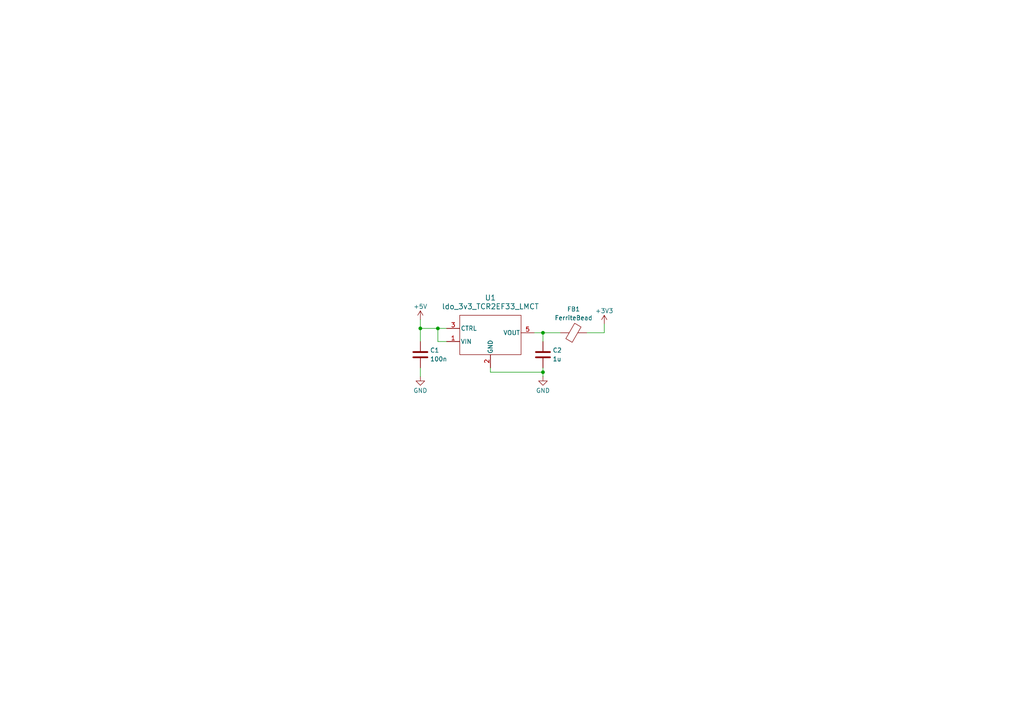
<source format=kicad_sch>
(kicad_sch (version 20250114) (generator "eeschema") (generator_version "9.0")
  (paper "A4")
  (lib_symbols
    (symbol "Device:C" (pin_numbers (hide yes)) (pin_names (offset 0.254))
      (property "Reference" "C" (at 0.635 2.54 0))
      (property "Value" "C" (at 0.635 -2.54 0))
      (symbol "C_0_1"
        (polyline (pts (xy -2.032 0.762) (xy 2.032 0.762)) (stroke (width 0.508)))
        (polyline (pts (xy -2.032 -0.762) (xy 2.032 -0.762)) (stroke (width 0.508)))
      )
      (symbol "C_1_1"
        (pin passive line (at 0 3.81 270) (length 2.794) (name "~") (number "1"))
        (pin passive line (at 0 -3.81 90) (length 2.794) (name "~") (number "2"))
      )
    )
    (symbol "Device:FerriteBead" (pin_numbers (hide yes)) (pin_names (offset 0))
      (property "Reference" "FB" (at -3.81 0.635 90))
      (property "Value" "FerriteBead" (at 3.81 0 90))
      (symbol "FerriteBead_0_1"
        (polyline (pts (xy -2.7686 0.4064) (xy -1.7018 2.2606) (xy 2.7686 -0.3048) (xy 1.6764 -2.159) (xy -2.7686 0.4064)))
        (polyline (pts (xy 0 1.27) (xy 0 1.2954)))
        (polyline (pts (xy 0 -1.27) (xy 0 -1.2192)))
      )
      (symbol "FerriteBead_1_1"
        (pin passive line (at 0 3.81 270) (length 2.54) (name "~") (number "1"))
        (pin passive line (at 0 -3.81 90) (length 2.54) (name "~") (number "2"))
      )
    )
    (symbol "hagzey_symbols:ldo_3v3_TCR2EF33_LMCT" (pin_names (offset 0.254))
      (property "Reference" "U" (at 3.81 5.08 0))
      (property "Value" "ldo_3v3_TCR2EF33_LMCT" (at 3.81 2.54 0))
      (symbol "ldo_3v3_TCR2EF33_LMCT_1_1"
        (rectangle (start 16.51 -1.27) (end 34.29 -12.7))
        (pin no_connect line (at 0 -3.81 180) (length 7.62) (hide yes) (name "NC") (number "4"))
        (pin unspecified line (at 12.7 -5.08 0) (length 3.81) (name "CTRL") (number "3"))
        (pin power_in line (at 12.7 -8.89 0) (length 3.81) (name "VIN") (number "1"))
        (pin power_out line (at 25.4 -16.51 90) (length 3.81) (name "GND") (number "2"))
        (pin power_in line (at 38.1 -6.35 180) (length 3.81) (name "VOUT") (number "5"))
      )
    )
    (symbol "power:+3V3" (power) (pin_numbers (hide yes)) (pin_names (offset 0) (hide yes))
      (property "Value" "+3V3" (at 0 3.556 0))
      (symbol "+3V3_0_1"
        (polyline (pts (xy -0.762 1.27) (xy 0 2.54)))
        (polyline (pts (xy 0 2.54) (xy 0.762 1.27)))
        (polyline (pts (xy 0 0) (xy 0 2.54)))
      )
      (symbol "+3V3_1_1"
        (pin power_in line (at 0 0 90) (length 0) (name "~") (number "1"))
      )
    )
    (symbol "power:+5V" (power) (pin_numbers (hide yes)) (pin_names (offset 0) (hide yes))
      (property "Value" "+5V" (at 0 3.556 0))
      (symbol "+5V_0_1"
        (polyline (pts (xy -0.762 1.27) (xy 0 2.54)))
        (polyline (pts (xy 0 2.54) (xy 0.762 1.27)))
        (polyline (pts (xy 0 0) (xy 0 2.54)))
      )
      (symbol "+5V_1_1"
        (pin power_in line (at 0 0 90) (length 0) (name "~") (number "1"))
      )
    )
    (symbol "power:GND" (power) (pin_numbers (hide yes)) (pin_names (offset 0) (hide yes))
      (property "Value" "GND" (at 0 -3.81 0))
      (symbol "GND_0_1"
        (polyline (pts (xy 0 0) (xy 0 -1.27) (xy 1.27 -1.27) (xy 0 -2.54) (xy -1.27 -1.27) (xy 0 -1.27)))
      )
      (symbol "GND_1_1"
        (pin power_in line (at 0 0 270) (length 0) (name "~") (number "1"))
      )
    )
  )
  (junction (at 157.48 107.95))
  (junction (at 121.92 95.25))
  (junction (at 157.48 96.52))
  (junction (at 127 95.25))
  (wire (pts (xy 157.48 96.52) (xy 162.56 96.52)))
  (wire (pts (xy 121.92 95.25) (xy 127 95.25)))
  (wire (pts (xy 175.26 96.52) (xy 175.26 93.98)))
  (wire (pts (xy 157.48 106.68) (xy 157.48 107.95)))
  (wire (pts (xy 121.92 92.71) (xy 121.92 95.25)))
  (wire (pts (xy 157.48 107.95) (xy 157.48 109.22)))
  (wire (pts (xy 127 99.06) (xy 127 95.25)))
  (wire (pts (xy 170.18 96.52) (xy 175.26 96.52)))
  (wire (pts (xy 127 95.25) (xy 129.54 95.25)))
  (wire (pts (xy 121.92 95.25) (xy 121.92 99.06)))
  (wire (pts (xy 154.94 96.52) (xy 157.48 96.52)))
  (wire (pts (xy 157.48 96.52) (xy 157.48 99.06)))
  (wire (pts (xy 142.24 106.68) (xy 142.24 107.95)))
  (wire (pts (xy 142.24 107.95) (xy 157.48 107.95)))
  (wire (pts (xy 129.54 99.06) (xy 127 99.06)))
  (wire (pts (xy 121.92 106.68) (xy 121.92 109.22)))
  (symbol (lib_id "power:GND") (at 157.48 109.22 0) (unit 1)
    (property "Reference" "#PWR03" (effects (hide yes)))
    (property "Value" "GND" (at 157.48 113.284 0))
    (property "Description" "Power symbol creates a global label with name \"GND\" , ground" (effects (hide yes)))
  )
  (symbol (lib_id "Device:C") (at 157.48 102.87 0) (unit 1)
    (property "Reference" "C2" (at 160.274 101.6 0) (effects (justify left)))
    (property "Value" "1u" (at 160.274 104.14 0) (effects (justify left)))
    (property "Footprint" "Capacitor_SMD:C_0603_1608Metric" (effects (hide yes)))
    (property "Description" "Unpolarized capacitor" (effects (hide yes)))
  )
  (symbol (lib_id "hagzey_symbols:ldo_3v3_TCR2EF33_LMCT") (at 116.84 90.17 0) (unit 1)
    (property "Reference" "U1" (at 142.24 86.36 0) (effects (font (size 1.524 1.524))))
    (property "Value" "ldo_3v3_TCR2EF33_LMCT" (at 142.24 88.9 0) (effects (font (size 1.524 1.524))))
    (property "Footprint" "hagzey_footprints:ldo_3v3_TCR2EF33_LMCT" (effects (hide yes)))
    (property "Datasheet" "kicad-embed://ldo_3v3_TCR2EF33_LMCT.pdf" (effects (hide yes)))
  )
  (symbol (lib_id "power:+5V") (at 121.92 92.71 0) (unit 1)
    (property "Reference" "#PWR02" (effects (hide yes)))
    (property "Value" "+5V" (at 121.92 88.9 0))
    (property "Description" "Power symbol creates a global label with name \"+5V\"" (effects (hide yes)))
  )
  (symbol (lib_id "power:+3V3") (at 175.26 93.98 0) (unit 1)
    (property "Reference" "#PWR04" (effects (hide yes)))
    (property "Value" "+3V3" (at 175.26 90.17 0))
    (property "Description" "Power symbol creates a global label with name \"+3V3\"" (effects (hide yes)))
  )
  (symbol (lib_id "Device:FerriteBead") (at 166.37 96.52 90) (unit 1)
    (property "Reference" "FB1" (at 166.37 89.662 90))
    (property "Value" "FerriteBead" (at 166.37 92.202 90))
    (property "Footprint" "Fuse:Fuse_0603_1608Metric" (effects (hide yes)))
    (property "Description" "Ferrite bead" (effects (hide yes)))
  )
  (symbol (lib_id "Device:C") (at 121.92 102.87 0) (unit 1)
    (property "Reference" "C1" (at 124.714 101.6 0) (effects (justify left)))
    (property "Value" "100n" (at 124.714 104.14 0) (effects (justify left)))
    (property "Footprint" "Capacitor_SMD:C_0603_1608Metric" (effects (hide yes)))
    (property "Description" "Unpolarized capacitor" (effects (hide yes)))
  )
  (symbol (lib_id "power:GND") (at 121.92 109.22 0) (unit 1)
    (property "Reference" "#PWR01" (effects (hide yes)))
    (property "Value" "GND" (at 121.92 113.284 0))
    (property "Description" "Power symbol creates a global label with name \"GND\" , ground" (effects (hide yes)))
  )
)
</source>
